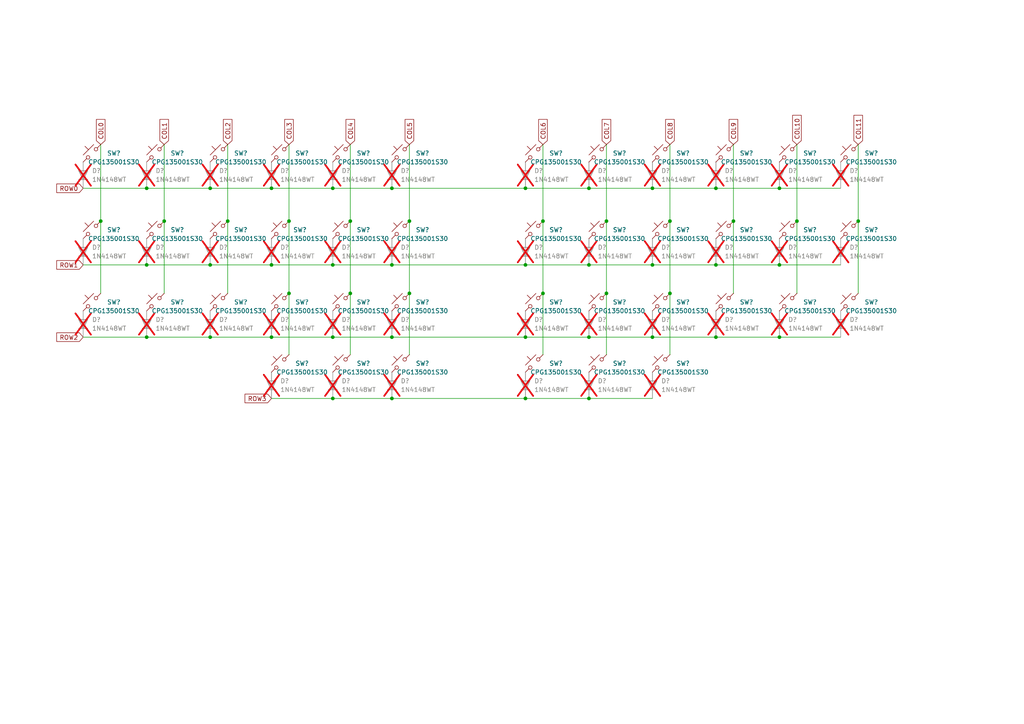
<source format=kicad_sch>
(kicad_sch (version 20231120) (generator "eeschema") (generator_version "8.0")
  (paper "A4")
  (title_block (title "Matrix") (date "2024-08-25") (rev "1.0") (company "itsdmd"))
  (lib_symbols
    (symbol "Diode:1N4148WT" (pin_numbers hide) (pin_names (offset 1.016) hide)
      (property "Reference" "D" (at 0 2.54 0))
      (property "Value" "1N4148WT" (at 0 -2.54 0))
      (symbol "1N4148WT_0_1"
        (polyline (pts (xy -1.27 1.27) (xy -1.27 -1.27)) (stroke (width 0.254)))
        (polyline (pts (xy 1.27 0) (xy -1.27 0)))
        (polyline (pts (xy 1.27 1.27) (xy 1.27 -1.27) (xy -1.27 0) (xy 1.27 1.27)) (stroke (width 0.254)))
      )
      (symbol "1N4148WT_1_1"
        (pin passive line (at -3.81 0 0) (length 2.54) (name "K") (number "1"))
        (pin passive line (at 3.81 0 180) (length 2.54) (name "A") (number "2"))
      )
    )
    (symbol "Switch:SW_Push_45deg" (pin_numbers hide) (pin_names (offset 1.016) hide)
      (property "Reference" "SW" (at 3.048 1.016 0))
      (property "Value" "SW_Push_45deg" (at 0 -3.81 0))
      (symbol "SW_Push_45deg_0_1"
        (circle (center -1.1684 1.1684) (radius 0.508))
        (polyline (pts (xy -0.508 2.54) (xy 2.54 -0.508)))
        (polyline (pts (xy 1.016 1.016) (xy 2.032 2.032)))
        (polyline (pts (xy -2.54 2.54) (xy -1.524 1.524) (xy -1.524 1.524)))
        (polyline (pts (xy 1.524 -1.524) (xy 2.54 -2.54) (xy 2.54 -2.54) (xy 2.54 -2.54)))
        (circle (center 1.143 -1.1938) (radius 0.508))
        (pin passive line (at -2.54 2.54 0) (length 0) (name "1") (number "1"))
        (pin passive line (at 2.54 -2.54 180) (length 0) (name "2") (number "2"))
      )
    )
  )
  (junction (at 189.23 54.61))
  (junction (at 96.52 97.79))
  (junction (at 83.82 64.135))
  (junction (at 113.665 97.79))
  (junction (at 113.665 115.57))
  (junction (at 78.74 54.61))
  (junction (at 118.745 64.135))
  (junction (at 152.4 54.61))
  (junction (at 66.04 64.135))
  (junction (at 231.14 64.135))
  (junction (at 175.895 64.135))
  (junction (at 207.645 54.61))
  (junction (at 152.4 115.57))
  (junction (at 47.625 64.135))
  (junction (at 118.745 85.09))
  (junction (at 212.725 64.135))
  (junction (at 60.96 97.79))
  (junction (at 78.74 97.79))
  (junction (at 207.645 97.79))
  (junction (at 96.52 115.57))
  (junction (at 42.545 76.835))
  (junction (at 96.52 54.61))
  (junction (at 248.92 64.135))
  (junction (at 175.895 85.09))
  (junction (at 170.815 115.57))
  (junction (at 226.06 54.61))
  (junction (at 207.645 76.835))
  (junction (at 157.48 85.09))
  (junction (at 60.96 76.835))
  (junction (at 194.31 64.135))
  (junction (at 189.23 76.835))
  (junction (at 42.545 97.79))
  (junction (at 29.21 64.135))
  (junction (at 170.815 54.61))
  (junction (at 152.4 76.835))
  (junction (at 78.74 76.835))
  (junction (at 189.23 97.79))
  (junction (at 226.06 97.79))
  (junction (at 157.48 64.135))
  (junction (at 226.06 76.835))
  (junction (at 96.52 76.835))
  (junction (at 60.96 54.61))
  (junction (at 83.82 85.09))
  (junction (at 152.4 97.79))
  (junction (at 101.6 85.09))
  (junction (at 113.665 76.835))
  (junction (at 170.815 76.835))
  (junction (at 194.31 85.09))
  (junction (at 113.665 54.61))
  (junction (at 101.6 64.135))
  (junction (at 42.545 54.61))
  (junction (at 170.815 97.79))
  (wire (pts (xy 113.665 54.61) (xy 152.4 54.61)))
  (wire (pts (xy 212.725 64.135) (xy 212.725 85.09)))
  (wire (pts (xy 60.96 76.835) (xy 78.74 76.835)))
  (wire (pts (xy 113.665 115.57) (xy 152.4 115.57)))
  (wire (pts (xy 194.31 41.91) (xy 194.31 64.135)))
  (wire (pts (xy 118.745 85.09) (xy 118.745 102.87)))
  (wire (pts (xy 66.04 64.135) (xy 66.04 85.09)))
  (wire (pts (xy 66.04 41.91) (xy 66.04 64.135)))
  (wire (pts (xy 248.92 64.135) (xy 248.92 85.09)))
  (wire (pts (xy 78.74 115.57) (xy 96.52 115.57)))
  (wire (pts (xy 175.895 64.135) (xy 175.895 85.09)))
  (wire (pts (xy 96.52 97.79) (xy 113.665 97.79)))
  (wire (pts (xy 170.815 54.61) (xy 189.23 54.61)))
  (wire (pts (xy 189.23 97.79) (xy 207.645 97.79)))
  (wire (pts (xy 83.82 85.09) (xy 83.82 64.135)))
  (wire (pts (xy 29.21 85.09) (xy 29.21 64.135)))
  (wire (pts (xy 78.74 97.79) (xy 96.52 97.79)))
  (wire (pts (xy 170.815 76.835) (xy 189.23 76.835)))
  (wire (pts (xy 47.625 64.135) (xy 47.625 85.09)))
  (wire (pts (xy 170.815 97.79) (xy 189.23 97.79)))
  (wire (pts (xy 60.96 54.61) (xy 78.74 54.61)))
  (wire (pts (xy 113.665 97.79) (xy 152.4 97.79)))
  (wire (pts (xy 231.14 85.09) (xy 231.14 64.135)))
  (wire (pts (xy 175.895 41.91) (xy 175.895 64.135)))
  (wire (pts (xy 226.06 76.835) (xy 243.84 76.835)))
  (wire (pts (xy 248.92 41.91) (xy 248.92 64.135)))
  (wire (pts (xy 189.23 54.61) (xy 207.645 54.61)))
  (wire (pts (xy 101.6 64.135) (xy 101.6 85.09)))
  (wire (pts (xy 212.725 41.91) (xy 212.725 64.135)))
  (wire (pts (xy 207.645 97.79) (xy 226.06 97.79)))
  (wire (pts (xy 42.545 76.835) (xy 60.96 76.835)))
  (wire (pts (xy 78.74 54.61) (xy 96.52 54.61)))
  (wire (pts (xy 207.645 54.61) (xy 226.06 54.61)))
  (wire (pts (xy 157.48 41.91) (xy 157.48 64.135)))
  (wire (pts (xy 96.52 76.835) (xy 113.665 76.835)))
  (wire (pts (xy 226.06 54.61) (xy 243.84 54.61)))
  (wire (pts (xy 189.23 76.835) (xy 207.645 76.835)))
  (wire (pts (xy 24.13 76.835) (xy 42.545 76.835)))
  (wire (pts (xy 96.52 54.61) (xy 113.665 54.61)))
  (wire (pts (xy 194.31 85.09) (xy 194.31 102.87)))
  (wire (pts (xy 152.4 76.835) (xy 170.815 76.835)))
  (wire (pts (xy 152.4 97.79) (xy 170.815 97.79)))
  (wire (pts (xy 101.6 102.87) (xy 101.6 85.09)))
  (wire (pts (xy 83.82 41.91) (xy 83.82 64.135)))
  (wire (pts (xy 152.4 54.61) (xy 170.815 54.61)))
  (wire (pts (xy 175.895 85.09) (xy 175.895 102.87)))
  (wire (pts (xy 157.48 64.135) (xy 157.48 85.09)))
  (wire (pts (xy 60.96 97.79) (xy 78.74 97.79)))
  (wire (pts (xy 207.645 76.835) (xy 226.06 76.835)))
  (wire (pts (xy 113.665 76.835) (xy 152.4 76.835)))
  (wire (pts (xy 42.545 54.61) (xy 60.96 54.61)))
  (wire (pts (xy 101.6 41.91) (xy 101.6 64.135)))
  (wire (pts (xy 118.745 41.91) (xy 118.745 64.135)))
  (wire (pts (xy 47.625 41.91) (xy 47.625 64.135)))
  (wire (pts (xy 194.31 64.135) (xy 194.31 85.09)))
  (wire (pts (xy 83.82 102.87) (xy 83.82 85.09)))
  (wire (pts (xy 118.745 64.135) (xy 118.745 85.09)))
  (wire (pts (xy 42.545 97.79) (xy 60.96 97.79)))
  (wire (pts (xy 226.06 97.79) (xy 243.84 97.79)))
  (wire (pts (xy 170.815 115.57) (xy 189.23 115.57)))
  (wire (pts (xy 24.13 54.61) (xy 42.545 54.61)))
  (wire (pts (xy 231.14 41.91) (xy 231.14 64.135)))
  (wire (pts (xy 152.4 115.57) (xy 170.815 115.57)))
  (wire (pts (xy 24.13 97.79) (xy 42.545 97.79)))
  (wire (pts (xy 96.52 115.57) (xy 113.665 115.57)))
  (wire (pts (xy 157.48 85.09) (xy 157.48 102.87)))
  (wire (pts (xy 78.74 76.835) (xy 96.52 76.835)))
  (wire (pts (xy 29.21 41.91) (xy 29.21 64.135)))
  (global_label "COL1" (shape input) (at 47.625 41.91 90) (property "Intersheetrefs" "${INTERSHEET_REFS}" (effects (hide yes))))
  (global_label "ROW0" (shape input) (at 24.13 54.61 180) (property "Intersheetrefs" "${INTERSHEET_REFS}" (effects (hide yes))))
  (global_label "COL8" (shape input) (at 194.31 41.91 90) (property "Intersheetrefs" "${INTERSHEET_REFS}" (effects (hide yes))))
  (global_label "COL0" (shape input) (at 29.21 41.91 90) (property "Intersheetrefs" "${INTERSHEET_REFS}" (effects (hide yes))))
  (global_label "COL10" (shape input) (at 231.14 41.91 90) (property "Intersheetrefs" "${INTERSHEET_REFS}" (effects (hide yes))))
  (global_label "COL4" (shape input) (at 101.6 41.91 90) (property "Intersheetrefs" "${INTERSHEET_REFS}" (effects (hide yes))))
  (global_label "COL3" (shape input) (at 83.82 41.91 90) (property "Intersheetrefs" "${INTERSHEET_REFS}" (effects (hide yes))))
  (global_label "COL5" (shape input) (at 118.745 41.91 90) (property "Intersheetrefs" "${INTERSHEET_REFS}" (effects (hide yes))))
  (global_label "COL7" (shape input) (at 175.895 41.91 90) (property "Intersheetrefs" "${INTERSHEET_REFS}" (effects (hide yes))))
  (global_label "COL2" (shape input) (at 66.04 41.91 90) (property "Intersheetrefs" "${INTERSHEET_REFS}" (effects (hide yes))))
  (global_label "COL9" (shape input) (at 212.725 41.91 90) (property "Intersheetrefs" "${INTERSHEET_REFS}" (effects (hide yes))))
  (global_label "COL11" (shape input) (at 248.92 41.91 90) (property "Intersheetrefs" "${INTERSHEET_REFS}" (effects (hide yes))))
  (global_label "ROW1" (shape input) (at 24.13 76.835 180) (property "Intersheetrefs" "${INTERSHEET_REFS}" (effects (hide yes))))
  (global_label "ROW2" (shape input) (at 24.13 97.79 180) (property "Intersheetrefs" "${INTERSHEET_REFS}" (effects (hide yes))))
  (global_label "COL6" (shape input) (at 157.48 41.91 90) (property "Intersheetrefs" "${INTERSHEET_REFS}" (effects (hide yes))))
  (global_label "ROW3" (shape input) (at 78.74 115.57 180) (property "Intersheetrefs" "${INTERSHEET_REFS}" (effects (hide yes))))
  (symbol (lib_id "Switch:SW_Push_45deg") (at 116.205 66.675 0) (mirror y) (unit 1)
    (property "Reference" "SW?" (at 122.555 66.675 0))
    (property "Value" "CPG135001S30" (at 122.555 69.215 0))
    (property "Footprint" "itsdmd:KS_Socket_Choc" (effects (hide yes)))
  )
  (symbol (lib_id "Switch:SW_Push_45deg") (at 154.94 66.675 0) (mirror y) (unit 1)
    (property "Reference" "SW?" (at 161.29 66.675 0))
    (property "Value" "CPG135001S30" (at 161.29 69.215 0))
    (property "Footprint" "itsdmd:KS_Socket_Choc" (effects (hide yes)))
  )
  (symbol (lib_id "Switch:SW_Push_45deg") (at 228.6 44.45 0) (mirror y) (unit 1)
    (property "Reference" "SW?" (at 234.95 44.45 0))
    (property "Value" "CPG135001S30" (at 234.95 46.99 0))
    (property "Footprint" "itsdmd:KS_Socket_Choc" (effects (hide yes)))
  )
  (symbol (lib_id "Switch:SW_Push_45deg") (at 173.355 66.675 0) (mirror y) (unit 1)
    (property "Reference" "SW?" (at 179.705 66.675 0))
    (property "Value" "CPG135001S30" (at 179.705 69.215 0))
    (property "Footprint" "itsdmd:KS_Socket_Choc" (effects (hide yes)))
  )
  (symbol (lib_id "Diode:1N4148WT") (at 113.665 111.76 90) (unit 1) (dnp yes)
    (property "Reference" "D?" (at 116.205 110.4899 90) (effects (justify right)))
    (property "Value" "1N4148WT" (at 116.205 113.0299 90) (effects (justify right)))
    (property "Footprint" "itsdmd:D_SOD-123" (effects (hide yes)))
    (property "Datasheet" "https://www.diodes.com/assets/Datasheets/ds30396.pdf" (effects (hide yes)))
  )
  (symbol (lib_id "Diode:1N4148WT") (at 152.4 50.8 90) (unit 1) (dnp yes)
    (property "Reference" "D?" (at 154.94 49.5299 90) (effects (justify right)))
    (property "Value" "1N4148WT" (at 154.94 52.0699 90) (effects (justify right)))
    (property "Footprint" "itsdmd:D_SOD-123" (effects (hide yes)))
    (property "Datasheet" "https://www.diodes.com/assets/Datasheets/ds30396.pdf" (effects (hide yes)))
  )
  (symbol (lib_id "Switch:SW_Push_45deg") (at 45.085 44.45 0) (mirror y) (unit 1)
    (property "Reference" "SW?" (at 51.435 44.45 0))
    (property "Value" "CPG135001S30" (at 51.435 46.99 0))
    (property "Footprint" "itsdmd:KS_Socket_Choc" (effects (hide yes)))
  )
  (symbol (lib_id "Diode:1N4148WT") (at 170.815 50.8 90) (unit 1) (dnp yes)
    (property "Reference" "D?" (at 173.355 49.5299 90) (effects (justify right)))
    (property "Value" "1N4148WT" (at 173.355 52.0699 90) (effects (justify right)))
    (property "Footprint" "itsdmd:D_SOD-123" (effects (hide yes)))
    (property "Datasheet" "https://www.diodes.com/assets/Datasheets/ds30396.pdf" (effects (hide yes)))
  )
  (symbol (lib_id "Switch:SW_Push_45deg") (at 63.5 44.45 0) (mirror y) (unit 1)
    (property "Reference" "SW?" (at 69.85 44.45 0))
    (property "Value" "CPG135001S30" (at 69.85 46.99 0))
    (property "Footprint" "itsdmd:KS_Socket_Choc" (effects (hide yes)))
  )
  (symbol (lib_id "Diode:1N4148WT") (at 96.52 111.76 90) (unit 1) (dnp yes)
    (property "Reference" "D?" (at 99.06 110.4899 90) (effects (justify right)))
    (property "Value" "1N4148WT" (at 99.06 113.0299 90) (effects (justify right)))
    (property "Footprint" "itsdmd:D_SOD-123" (effects (hide yes)))
    (property "Datasheet" "https://www.diodes.com/assets/Datasheets/ds30396.pdf" (effects (hide yes)))
  )
  (symbol (lib_id "Switch:SW_Push_45deg") (at 26.67 66.675 0) (mirror y) (unit 1)
    (property "Reference" "SW?" (at 33.02 66.675 0))
    (property "Value" "CPG135001S30" (at 33.02 69.215 0))
    (property "Footprint" "itsdmd:KS_Socket_Choc" (effects (hide yes)))
  )
  (symbol (lib_id "Diode:1N4148WT") (at 243.84 93.98 90) (unit 1) (dnp yes)
    (property "Reference" "D?" (at 246.38 92.7099 90) (effects (justify right)))
    (property "Value" "1N4148WT" (at 246.38 95.2499 90) (effects (justify right)))
    (property "Footprint" "itsdmd:D_SOD-123" (effects (hide yes)))
    (property "Datasheet" "https://www.diodes.com/assets/Datasheets/ds30396.pdf" (effects (hide yes)))
  )
  (symbol (lib_id "Diode:1N4148WT") (at 207.645 50.8 90) (unit 1) (dnp yes)
    (property "Reference" "D?" (at 210.185 49.5299 90) (effects (justify right)))
    (property "Value" "1N4148WT" (at 210.185 52.0699 90) (effects (justify right)))
    (property "Footprint" "itsdmd:D_SOD-123" (effects (hide yes)))
    (property "Datasheet" "https://www.diodes.com/assets/Datasheets/ds30396.pdf" (effects (hide yes)))
  )
  (symbol (lib_id "Switch:SW_Push_45deg") (at 173.355 87.63 0) (mirror y) (unit 1)
    (property "Reference" "SW?" (at 179.705 87.63 0))
    (property "Value" "CPG135001S30" (at 179.705 90.17 0))
    (property "Footprint" "itsdmd:KS_Socket_Choc" (effects (hide yes)))
  )
  (symbol (lib_id "Switch:SW_Push_45deg") (at 99.06 105.41 0) (mirror y) (unit 1)
    (property "Reference" "SW?" (at 105.41 105.41 0))
    (property "Value" "CPG135001S30" (at 105.41 107.95 0))
    (property "Footprint" "itsdmd:KS_Socket_Choc" (effects (hide yes)))
  )
  (symbol (lib_id "Diode:1N4148WT") (at 96.52 50.8 90) (unit 1) (dnp yes)
    (property "Reference" "D?" (at 99.06 49.5299 90) (effects (justify right)))
    (property "Value" "1N4148WT" (at 99.06 52.0699 90) (effects (justify right)))
    (property "Footprint" "itsdmd:D_SOD-123" (effects (hide yes)))
    (property "Datasheet" "https://www.diodes.com/assets/Datasheets/ds30396.pdf" (effects (hide yes)))
  )
  (symbol (lib_id "Switch:SW_Push_45deg") (at 246.38 44.45 0) (mirror y) (unit 1)
    (property "Reference" "SW?" (at 252.73 44.45 0))
    (property "Value" "CPG135001S30" (at 252.73 46.99 0))
    (property "Footprint" "itsdmd:KS_Socket_Choc" (effects (hide yes)))
  )
  (symbol (lib_id "Diode:1N4148WT") (at 189.23 50.8 90) (unit 1) (dnp yes)
    (property "Reference" "D?" (at 191.77 49.5299 90) (effects (justify right)))
    (property "Value" "1N4148WT" (at 191.77 52.0699 90) (effects (justify right)))
    (property "Footprint" "itsdmd:D_SOD-123" (effects (hide yes)))
    (property "Datasheet" "https://www.diodes.com/assets/Datasheets/ds30396.pdf" (effects (hide yes)))
  )
  (symbol (lib_id "Diode:1N4148WT") (at 60.96 93.98 90) (unit 1) (dnp yes)
    (property "Reference" "D?" (at 63.5 92.7099 90) (effects (justify right)))
    (property "Value" "1N4148WT" (at 63.5 95.2499 90) (effects (justify right)))
    (property "Footprint" "itsdmd:D_SOD-123" (effects (hide yes)))
    (property "Datasheet" "https://www.diodes.com/assets/Datasheets/ds30396.pdf" (effects (hide yes)))
  )
  (symbol (lib_id "Diode:1N4148WT") (at 96.52 73.025 90) (unit 1) (dnp yes)
    (property "Reference" "D?" (at 99.06 71.7549 90) (effects (justify right)))
    (property "Value" "1N4148WT" (at 99.06 74.2949 90) (effects (justify right)))
    (property "Footprint" "itsdmd:D_SOD-123" (effects (hide yes)))
    (property "Datasheet" "https://www.diodes.com/assets/Datasheets/ds30396.pdf" (effects (hide yes)))
  )
  (symbol (lib_id "Switch:SW_Push_45deg") (at 154.94 87.63 0) (mirror y) (unit 1)
    (property "Reference" "SW?" (at 161.29 87.63 0))
    (property "Value" "CPG135001S30" (at 161.29 90.17 0))
    (property "Footprint" "itsdmd:KS_Socket_Choc" (effects (hide yes)))
  )
  (symbol (lib_id "Diode:1N4148WT") (at 24.13 93.98 90) (unit 1) (dnp yes)
    (property "Reference" "D?" (at 26.67 92.7099 90) (effects (justify right)))
    (property "Value" "1N4148WT" (at 26.67 95.2499 90) (effects (justify right)))
    (property "Footprint" "itsdmd:D_SOD-123" (effects (hide yes)))
    (property "Datasheet" "https://www.diodes.com/assets/Datasheets/ds30396.pdf" (effects (hide yes)))
  )
  (symbol (lib_id "Switch:SW_Push_45deg") (at 210.185 87.63 0) (mirror y) (unit 1)
    (property "Reference" "SW?" (at 216.535 87.63 0))
    (property "Value" "CPG135001S30" (at 216.535 90.17 0))
    (property "Footprint" "itsdmd:KS_Socket_Choc" (effects (hide yes)))
  )
  (symbol (lib_id "Switch:SW_Push_45deg") (at 116.205 87.63 0) (mirror y) (unit 1)
    (property "Reference" "SW?" (at 122.555 87.63 0))
    (property "Value" "CPG135001S30" (at 122.555 90.17 0))
    (property "Footprint" "itsdmd:KS_Socket_Choc" (effects (hide yes)))
  )
  (symbol (lib_id "Switch:SW_Push_45deg") (at 191.77 44.45 0) (mirror y) (unit 1)
    (property "Reference" "SW?" (at 198.12 44.45 0))
    (property "Value" "CPG135001S30" (at 198.12 46.99 0))
    (property "Footprint" "itsdmd:KS_Socket_Choc" (effects (hide yes)))
  )
  (symbol (lib_id "Switch:SW_Push_45deg") (at 154.94 105.41 0) (mirror y) (unit 1)
    (property "Reference" "SW?" (at 161.29 105.41 0))
    (property "Value" "CPG135001S30" (at 161.29 107.95 0))
    (property "Footprint" "itsdmd:KS_Socket_Choc" (effects (hide yes)))
  )
  (symbol (lib_id "Diode:1N4148WT") (at 170.815 73.025 90) (unit 1) (dnp yes)
    (property "Reference" "D?" (at 173.355 71.7549 90) (effects (justify right)))
    (property "Value" "1N4148WT" (at 173.355 74.2949 90) (effects (justify right)))
    (property "Footprint" "itsdmd:D_SOD-123" (effects (hide yes)))
    (property "Datasheet" "https://www.diodes.com/assets/Datasheets/ds30396.pdf" (effects (hide yes)))
  )
  (symbol (lib_id "Diode:1N4148WT") (at 24.13 50.8 90) (unit 1) (dnp yes)
    (property "Reference" "D?" (at 26.67 49.5299 90) (effects (justify right)))
    (property "Value" "1N4148WT" (at 26.67 52.0699 90) (effects (justify right)))
    (property "Footprint" "itsdmd:D_SOD-123" (effects (hide yes)))
    (property "Datasheet" "https://www.diodes.com/assets/Datasheets/ds30396.pdf" (effects (hide yes)))
  )
  (symbol (lib_id "Diode:1N4148WT") (at 42.545 93.98 90) (unit 1) (dnp yes)
    (property "Reference" "D?" (at 45.085 92.7099 90) (effects (justify right)))
    (property "Value" "1N4148WT" (at 45.085 95.2499 90) (effects (justify right)))
    (property "Footprint" "itsdmd:D_SOD-123" (effects (hide yes)))
    (property "Datasheet" "https://www.diodes.com/assets/Datasheets/ds30396.pdf" (effects (hide yes)))
  )
  (symbol (lib_id "Switch:SW_Push_45deg") (at 81.28 66.675 0) (mirror y) (unit 1)
    (property "Reference" "SW?" (at 86.995 66.675 0))
    (property "Value" "CPG135001S30" (at 87.63 69.215 0))
    (property "Footprint" "itsdmd:KS_Socket_Choc" (effects (hide yes)))
  )
  (symbol (lib_id "Switch:SW_Push_45deg") (at 26.67 87.63 0) (mirror y) (unit 1)
    (property "Reference" "SW?" (at 33.02 87.63 0))
    (property "Value" "CPG135001S30" (at 33.02 90.17 0))
    (property "Footprint" "itsdmd:KS_Socket_Choc" (effects (hide yes)))
  )
  (symbol (lib_id "Switch:SW_Push_45deg") (at 81.28 87.63 0) (mirror y) (unit 1)
    (property "Reference" "SW?" (at 87.63 87.63 0))
    (property "Value" "CPG135001S30" (at 87.63 90.17 0))
    (property "Footprint" "itsdmd:KS_Socket_Choc" (effects (hide yes)))
  )
  (symbol (lib_id "Diode:1N4148WT") (at 113.665 93.98 90) (unit 1) (dnp yes)
    (property "Reference" "D?" (at 116.205 92.7099 90) (effects (justify right)))
    (property "Value" "1N4148WT" (at 116.205 95.2499 90) (effects (justify right)))
    (property "Footprint" "itsdmd:D_SOD-123" (effects (hide yes)))
    (property "Datasheet" "https://www.diodes.com/assets/Datasheets/ds30396.pdf" (effects (hide yes)))
  )
  (symbol (lib_id "Switch:SW_Push_45deg") (at 210.185 44.45 0) (mirror y) (unit 1)
    (property "Reference" "SW?" (at 216.535 44.45 0))
    (property "Value" "CPG135001S30" (at 216.535 46.99 0))
    (property "Footprint" "itsdmd:KS_Socket_Choc" (effects (hide yes)))
  )
  (symbol (lib_id "Diode:1N4148WT") (at 113.665 73.025 90) (unit 1) (dnp yes)
    (property "Reference" "D?" (at 116.205 71.7549 90) (effects (justify right)))
    (property "Value" "1N4148WT" (at 116.205 74.2949 90) (effects (justify right)))
    (property "Footprint" "itsdmd:D_SOD-123" (effects (hide yes)))
    (property "Datasheet" "https://www.diodes.com/assets/Datasheets/ds30396.pdf" (effects (hide yes)))
  )
  (symbol (lib_id "Diode:1N4148WT") (at 42.545 73.025 90) (unit 1) (dnp yes)
    (property "Reference" "D?" (at 45.085 71.7549 90) (effects (justify right)))
    (property "Value" "1N4148WT" (at 45.085 74.2949 90) (effects (justify right)))
    (property "Footprint" "itsdmd:D_SOD-123" (effects (hide yes)))
    (property "Datasheet" "https://www.diodes.com/assets/Datasheets/ds30396.pdf" (effects (hide yes)))
  )
  (symbol (lib_id "Diode:1N4148WT") (at 113.665 50.8 90) (unit 1) (dnp yes)
    (property "Reference" "D?" (at 116.205 49.5299 90) (effects (justify right)))
    (property "Value" "1N4148WT" (at 116.205 52.0699 90) (effects (justify right)))
    (property "Footprint" "itsdmd:D_SOD-123" (effects (hide yes)))
    (property "Datasheet" "https://www.diodes.com/assets/Datasheets/ds30396.pdf" (effects (hide yes)))
  )
  (symbol (lib_id "Switch:SW_Push_45deg") (at 191.77 105.41 0) (mirror y) (unit 1)
    (property "Reference" "SW?" (at 198.12 105.41 0))
    (property "Value" "CPG135001S30" (at 198.12 107.95 0))
    (property "Footprint" "itsdmd:KS_Socket_Choc" (effects (hide yes)))
  )
  (symbol (lib_id "Diode:1N4148WT") (at 189.23 73.025 90) (unit 1) (dnp yes)
    (property "Reference" "D?" (at 191.77 71.7549 90) (effects (justify right)))
    (property "Value" "1N4148WT" (at 191.77 74.2949 90) (effects (justify right)))
    (property "Footprint" "itsdmd:D_SOD-123" (effects (hide yes)))
    (property "Datasheet" "https://www.diodes.com/assets/Datasheets/ds30396.pdf" (effects (hide yes)))
  )
  (symbol (lib_id "Diode:1N4148WT") (at 78.74 50.8 90) (unit 1) (dnp yes)
    (property "Reference" "D?" (at 81.28 49.5299 90) (effects (justify right)))
    (property "Value" "1N4148WT" (at 81.28 52.0699 90) (effects (justify right)))
    (property "Footprint" "itsdmd:D_SOD-123" (effects (hide yes)))
    (property "Datasheet" "https://www.diodes.com/assets/Datasheets/ds30396.pdf" (effects (hide yes)))
  )
  (symbol (lib_id "Switch:SW_Push_45deg") (at 99.06 44.45 0) (mirror y) (unit 1)
    (property "Reference" "SW?" (at 105.41 44.45 0))
    (property "Value" "CPG135001S30" (at 105.41 46.99 0))
    (property "Footprint" "itsdmd:KS_Socket_Choc" (effects (hide yes)))
  )
  (symbol (lib_id "Switch:SW_Push_45deg") (at 99.06 87.63 0) (mirror y) (unit 1)
    (property "Reference" "SW?" (at 105.41 87.63 0))
    (property "Value" "CPG135001S30" (at 105.41 90.17 0))
    (property "Footprint" "itsdmd:KS_Socket_Choc" (effects (hide yes)))
  )
  (symbol (lib_id "Switch:SW_Push_45deg") (at 210.185 66.675 0) (mirror y) (unit 1)
    (property "Reference" "SW?" (at 216.535 66.675 0))
    (property "Value" "CPG135001S30" (at 216.535 69.215 0))
    (property "Footprint" "itsdmd:KS_Socket_Choc" (effects (hide yes)))
  )
  (symbol (lib_id "Diode:1N4148WT") (at 189.23 93.98 90) (unit 1) (dnp yes)
    (property "Reference" "D?" (at 191.77 92.7099 90) (effects (justify right)))
    (property "Value" "1N4148WT" (at 191.77 95.2499 90) (effects (justify right)))
    (property "Footprint" "itsdmd:D_SOD-123" (effects (hide yes)))
    (property "Datasheet" "https://www.diodes.com/assets/Datasheets/ds30396.pdf" (effects (hide yes)))
  )
  (symbol (lib_id "Switch:SW_Push_45deg") (at 173.355 105.41 0) (mirror y) (unit 1)
    (property "Reference" "SW?" (at 179.705 105.41 0))
    (property "Value" "CPG135001S30" (at 179.705 107.95 0))
    (property "Footprint" "itsdmd:KS_Socket_Choc" (effects (hide yes)))
  )
  (symbol (lib_id "Diode:1N4148WT") (at 60.96 50.8 90) (unit 1) (dnp yes)
    (property "Reference" "D?" (at 63.5 49.5299 90) (effects (justify right)))
    (property "Value" "1N4148WT" (at 63.5 52.0699 90) (effects (justify right)))
    (property "Footprint" "itsdmd:D_SOD-123" (effects (hide yes)))
    (property "Datasheet" "https://www.diodes.com/assets/Datasheets/ds30396.pdf" (effects (hide yes)))
  )
  (symbol (lib_id "Switch:SW_Push_45deg") (at 63.5 87.63 0) (mirror y) (unit 1)
    (property "Reference" "SW?" (at 69.85 87.63 0))
    (property "Value" "CPG135001S30" (at 69.85 90.17 0))
    (property "Footprint" "itsdmd:KS_Socket_Choc" (effects (hide yes)))
  )
  (symbol (lib_id "Diode:1N4148WT") (at 226.06 93.98 90) (unit 1) (dnp yes)
    (property "Reference" "D?" (at 228.6 92.7099 90) (effects (justify right)))
    (property "Value" "1N4148WT" (at 228.6 95.2499 90) (effects (justify right)))
    (property "Footprint" "itsdmd:D_SOD-123" (effects (hide yes)))
    (property "Datasheet" "https://www.diodes.com/assets/Datasheets/ds30396.pdf" (effects (hide yes)))
  )
  (symbol (lib_id "Switch:SW_Push_45deg") (at 246.38 87.63 0) (mirror y) (unit 1)
    (property "Reference" "SW?" (at 252.73 87.63 0))
    (property "Value" "CPG135001S30" (at 252.73 90.17 0))
    (property "Footprint" "itsdmd:KS_Socket_Choc" (effects (hide yes)))
  )
  (symbol (lib_id "Switch:SW_Push_45deg") (at 45.085 66.675 0) (mirror y) (unit 1)
    (property "Reference" "SW?" (at 51.435 66.675 0))
    (property "Value" "CPG135001S30" (at 51.435 69.215 0))
    (property "Footprint" "itsdmd:KS_Socket_Choc" (effects (hide yes)))
  )
  (symbol (lib_id "Switch:SW_Push_45deg") (at 154.94 44.45 0) (mirror y) (unit 1)
    (property "Reference" "SW?" (at 161.29 44.45 0))
    (property "Value" "CPG135001S30" (at 161.29 46.99 0))
    (property "Footprint" "itsdmd:KS_Socket_Choc" (effects (hide yes)))
  )
  (symbol (lib_id "Diode:1N4148WT") (at 60.96 73.025 90) (unit 1) (dnp yes)
    (property "Reference" "D?" (at 63.5 71.7549 90) (effects (justify right)))
    (property "Value" "1N4148WT" (at 63.5 74.2949 90) (effects (justify right)))
    (property "Footprint" "itsdmd:D_SOD-123" (effects (hide yes)))
    (property "Datasheet" "https://www.diodes.com/assets/Datasheets/ds30396.pdf" (effects (hide yes)))
  )
  (symbol (lib_id "Diode:1N4148WT") (at 226.06 73.025 90) (unit 1) (dnp yes)
    (property "Reference" "D?" (at 228.6 71.7549 90) (effects (justify right)))
    (property "Value" "1N4148WT" (at 228.6 74.2949 90) (effects (justify right)))
    (property "Footprint" "itsdmd:D_SOD-123" (effects (hide yes)))
    (property "Datasheet" "https://www.diodes.com/assets/Datasheets/ds30396.pdf" (effects (hide yes)))
  )
  (symbol (lib_id "Diode:1N4148WT") (at 78.74 93.98 90) (unit 1) (dnp yes)
    (property "Reference" "D?" (at 81.28 92.7099 90) (effects (justify right)))
    (property "Value" "1N4148WT" (at 81.28 95.2499 90) (effects (justify right)))
    (property "Footprint" "itsdmd:D_SOD-123" (effects (hide yes)))
    (property "Datasheet" "https://www.diodes.com/assets/Datasheets/ds30396.pdf" (effects (hide yes)))
  )
  (symbol (lib_id "Switch:SW_Push_45deg") (at 99.06 66.675 0) (mirror y) (unit 1)
    (property "Reference" "SW?" (at 105.41 66.675 0))
    (property "Value" "CPG135001S30" (at 105.41 69.215 0))
    (property "Footprint" "itsdmd:KS_Socket_Choc" (effects (hide yes)))
  )
  (symbol (lib_id "Diode:1N4148WT") (at 78.74 111.76 90) (unit 1) (dnp yes)
    (property "Reference" "D?" (at 81.28 110.4899 90) (effects (justify right)))
    (property "Value" "1N4148WT" (at 81.28 113.0299 90) (effects (justify right)))
    (property "Footprint" "itsdmd:D_SOD-123" (effects (hide yes)))
    (property "Datasheet" "https://www.diodes.com/assets/Datasheets/ds30396.pdf" (effects (hide yes)))
  )
  (symbol (lib_id "Diode:1N4148WT") (at 78.74 73.025 90) (unit 1) (dnp yes)
    (property "Reference" "D?" (at 81.28 71.7549 90) (effects (justify right)))
    (property "Value" "1N4148WT" (at 81.28 74.2949 90) (effects (justify right)))
    (property "Footprint" "itsdmd:D_SOD-123" (effects (hide yes)))
    (property "Datasheet" "https://www.diodes.com/assets/Datasheets/ds30396.pdf" (effects (hide yes)))
  )
  (symbol (lib_id "Switch:SW_Push_45deg") (at 63.5 66.675 0) (mirror y) (unit 1)
    (property "Reference" "SW?" (at 69.85 66.675 0))
    (property "Value" "CPG135001S30" (at 69.85 69.215 0))
    (property "Footprint" "itsdmd:KS_Socket_Choc" (effects (hide yes)))
  )
  (symbol (lib_id "Switch:SW_Push_45deg") (at 81.28 44.45 0) (mirror y) (unit 1)
    (property "Reference" "SW?" (at 87.63 44.45 0))
    (property "Value" "CPG135001S30" (at 87.63 46.99 0))
    (property "Footprint" "itsdmd:KS_Socket_Choc" (effects (hide yes)))
  )
  (symbol (lib_id "Switch:SW_Push_45deg") (at 45.085 87.63 0) (mirror y) (unit 1)
    (property "Reference" "SW?" (at 51.435 87.63 0))
    (property "Value" "CPG135001S30" (at 51.435 90.17 0))
    (property "Footprint" "itsdmd:KS_Socket_Choc" (effects (hide yes)))
  )
  (symbol (lib_id "Diode:1N4148WT") (at 42.545 50.8 90) (unit 1) (dnp yes)
    (property "Reference" "D?" (at 45.085 49.5299 90) (effects (justify right)))
    (property "Value" "1N4148WT" (at 45.085 52.0699 90) (effects (justify right)))
    (property "Footprint" "itsdmd:D_SOD-123" (effects (hide yes)))
    (property "Datasheet" "https://www.diodes.com/assets/Datasheets/ds30396.pdf" (effects (hide yes)))
  )
  (symbol (lib_id "Diode:1N4148WT") (at 207.645 93.98 90) (unit 1) (dnp yes)
    (property "Reference" "D?" (at 210.185 92.7099 90) (effects (justify right)))
    (property "Value" "1N4148WT" (at 210.185 95.2499 90) (effects (justify right)))
    (property "Footprint" "itsdmd:D_SOD-123" (effects (hide yes)))
    (property "Datasheet" "https://www.diodes.com/assets/Datasheets/ds30396.pdf" (effects (hide yes)))
  )
  (symbol (lib_id "Switch:SW_Push_45deg") (at 116.205 44.45 0) (mirror y) (unit 1)
    (property "Reference" "SW?" (at 122.555 44.45 0))
    (property "Value" "CPG135001S30" (at 122.555 46.99 0))
    (property "Footprint" "itsdmd:KS_Socket_Choc" (effects (hide yes)))
  )
  (symbol (lib_id "Diode:1N4148WT") (at 207.645 73.025 90) (unit 1) (dnp yes)
    (property "Reference" "D?" (at 210.185 71.7549 90) (effects (justify right)))
    (property "Value" "1N4148WT" (at 210.185 74.2949 90) (effects (justify right)))
    (property "Footprint" "itsdmd:D_SOD-123" (effects (hide yes)))
    (property "Datasheet" "https://www.diodes.com/assets/Datasheets/ds30396.pdf" (effects (hide yes)))
  )
  (symbol (lib_id "Diode:1N4148WT") (at 152.4 93.98 90) (unit 1) (dnp yes)
    (property "Reference" "D?" (at 154.94 92.7099 90) (effects (justify right)))
    (property "Value" "1N4148WT" (at 154.94 95.2499 90) (effects (justify right)))
    (property "Footprint" "itsdmd:D_SOD-123" (effects (hide yes)))
    (property "Datasheet" "https://www.diodes.com/assets/Datasheets/ds30396.pdf" (effects (hide yes)))
  )
  (symbol (lib_id "Switch:SW_Push_45deg") (at 26.67 44.45 0) (mirror y) (unit 1)
    (property "Reference" "SW?" (at 33.02 44.45 0))
    (property "Value" "CPG135001S30" (at 33.02 46.99 0))
    (property "Footprint" "itsdmd:KS_Socket_Choc" (effects (hide yes)))
  )
  (symbol (lib_id "Diode:1N4148WT") (at 170.815 93.98 90) (unit 1) (dnp yes)
    (property "Reference" "D?" (at 173.355 92.7099 90) (effects (justify right)))
    (property "Value" "1N4148WT" (at 173.355 95.2499 90) (effects (justify right)))
    (property "Footprint" "itsdmd:D_SOD-123" (effects (hide yes)))
    (property "Datasheet" "https://www.diodes.com/assets/Datasheets/ds30396.pdf" (effects (hide yes)))
  )
  (symbol (lib_id "Diode:1N4148WT") (at 152.4 111.76 90) (unit 1) (dnp yes)
    (property "Reference" "D?" (at 154.94 110.4899 90) (effects (justify right)))
    (property "Value" "1N4148WT" (at 154.94 113.0299 90) (effects (justify right)))
    (property "Footprint" "itsdmd:D_SOD-123" (effects (hide yes)))
    (property "Datasheet" "https://www.diodes.com/assets/Datasheets/ds30396.pdf" (effects (hide yes)))
  )
  (symbol (lib_id "Diode:1N4148WT") (at 24.13 73.025 90) (unit 1) (dnp yes)
    (property "Reference" "D?" (at 26.67 71.7549 90) (effects (justify right)))
    (property "Value" "1N4148WT" (at 26.67 74.2949 90) (effects (justify right)))
    (property "Footprint" "itsdmd:D_SOD-123" (effects (hide yes)))
    (property "Datasheet" "https://www.diodes.com/assets/Datasheets/ds30396.pdf" (effects (hide yes)))
  )
  (symbol (lib_id "Diode:1N4148WT") (at 189.23 111.76 90) (unit 1) (dnp yes)
    (property "Reference" "D?" (at 191.77 110.4899 90) (effects (justify right)))
    (property "Value" "1N4148WT" (at 191.77 113.0299 90) (effects (justify right)))
    (property "Footprint" "itsdmd:D_SOD-123" (effects (hide yes)))
    (property "Datasheet" "https://www.diodes.com/assets/Datasheets/ds30396.pdf" (effects (hide yes)))
  )
  (symbol (lib_id "Switch:SW_Push_45deg") (at 81.28 105.41 0) (mirror y) (unit 1)
    (property "Reference" "SW?" (at 87.63 105.41 0))
    (property "Value" "CPG135001S30" (at 87.63 107.95 0))
    (property "Footprint" "itsdmd:KS_Socket_Choc" (effects (hide yes)))
  )
  (symbol (lib_id "Switch:SW_Push_45deg") (at 191.77 87.63 0) (mirror y) (unit 1)
    (property "Reference" "SW?" (at 198.12 87.63 0))
    (property "Value" "CPG135001S30" (at 198.12 90.17 0))
    (property "Footprint" "itsdmd:KS_Socket_Choc" (effects (hide yes)))
  )
  (symbol (lib_id "Diode:1N4148WT") (at 243.84 50.8 90) (unit 1) (dnp yes)
    (property "Reference" "D?" (at 246.38 49.5299 90) (effects (justify right)))
    (property "Value" "1N4148WT" (at 246.38 52.0699 90) (effects (justify right)))
    (property "Footprint" "itsdmd:D_SOD-123" (effects (hide yes)))
    (property "Datasheet" "https://www.diodes.com/assets/Datasheets/ds30396.pdf" (effects (hide yes)))
  )
  (symbol (lib_id "Diode:1N4148WT") (at 226.06 50.8 90) (unit 1) (dnp yes)
    (property "Reference" "D?" (at 228.6 49.5299 90) (effects (justify right)))
    (property "Value" "1N4148WT" (at 228.6 52.0699 90) (effects (justify right)))
    (property "Footprint" "itsdmd:D_SOD-123" (effects (hide yes)))
    (property "Datasheet" "https://www.diodes.com/assets/Datasheets/ds30396.pdf" (effects (hide yes)))
  )
  (symbol (lib_id "Diode:1N4148WT") (at 152.4 73.025 90) (unit 1) (dnp yes)
    (property "Reference" "D?" (at 154.94 71.7549 90) (effects (justify right)))
    (property "Value" "1N4148WT" (at 154.94 74.2949 90) (effects (justify right)))
    (property "Footprint" "itsdmd:D_SOD-123" (effects (hide yes)))
    (property "Datasheet" "https://www.diodes.com/assets/Datasheets/ds30396.pdf" (effects (hide yes)))
  )
  (symbol (lib_id "Switch:SW_Push_45deg") (at 228.6 87.63 0) (mirror y) (unit 1)
    (property "Reference" "SW?" (at 234.95 87.63 0))
    (property "Value" "CPG135001S30" (at 234.95 90.17 0))
    (property "Footprint" "itsdmd:KS_Socket_Choc" (effects (hide yes)))
  )
  (symbol (lib_id "Switch:SW_Push_45deg") (at 191.77 66.675 0) (mirror y) (unit 1)
    (property "Reference" "SW?" (at 198.12 66.675 0))
    (property "Value" "CPG135001S30" (at 198.12 69.215 0))
    (property "Footprint" "itsdmd:KS_Socket_Choc" (effects (hide yes)))
  )
  (symbol (lib_id "Diode:1N4148WT") (at 243.84 73.025 90) (unit 1) (dnp yes)
    (property "Reference" "D?" (at 246.38 71.7549 90) (effects (justify right)))
    (property "Value" "1N4148WT" (at 246.38 74.2949 90) (effects (justify right)))
    (property "Footprint" "itsdmd:D_SOD-123" (effects (hide yes)))
    (property "Datasheet" "https://www.diodes.com/assets/Datasheets/ds30396.pdf" (effects (hide yes)))
  )
  (symbol (lib_id "Switch:SW_Push_45deg") (at 173.355 44.45 0) (mirror y) (unit 1)
    (property "Reference" "SW?" (at 179.705 44.45 0))
    (property "Value" "CPG135001S30" (at 179.705 46.99 0))
    (property "Footprint" "itsdmd:KS_Socket_Choc" (effects (hide yes)))
  )
  (symbol (lib_id "Switch:SW_Push_45deg") (at 116.205 105.41 0) (mirror y) (unit 1)
    (property "Reference" "SW?" (at 122.555 105.41 0))
    (property "Value" "CPG135001S30" (at 122.555 107.95 0))
    (property "Footprint" "itsdmd:KS_Socket_Choc" (effects (hide yes)))
  )
  (symbol (lib_id "Diode:1N4148WT") (at 170.815 111.76 90) (unit 1) (dnp yes)
    (property "Reference" "D?" (at 173.355 110.4899 90) (effects (justify right)))
    (property "Value" "1N4148WT" (at 173.355 113.0299 90) (effects (justify right)))
    (property "Footprint" "itsdmd:D_SOD-123" (effects (hide yes)))
    (property "Datasheet" "https://www.diodes.com/assets/Datasheets/ds30396.pdf" (effects (hide yes)))
  )
  (symbol (lib_id "Diode:1N4148WT") (at 96.52 93.98 90) (unit 1) (dnp yes)
    (property "Reference" "D?" (at 99.06 92.7099 90) (effects (justify right)))
    (property "Value" "1N4148WT" (at 99.06 95.2499 90) (effects (justify right)))
    (property "Footprint" "itsdmd:D_SOD-123" (effects (hide yes)))
    (property "Datasheet" "https://www.diodes.com/assets/Datasheets/ds30396.pdf" (effects (hide yes)))
  )
  (symbol (lib_id "Switch:SW_Push_45deg") (at 246.38 66.675 0) (mirror y) (unit 1)
    (property "Reference" "SW?" (at 252.73 66.675 0))
    (property "Value" "CPG135001S30" (at 252.73 69.215 0))
    (property "Footprint" "itsdmd:KS_Socket_Choc" (effects (hide yes)))
  )
  (symbol (lib_id "Switch:SW_Push_45deg") (at 228.6 66.675 0) (mirror y) (unit 1)
    (property "Reference" "SW?" (at 234.95 66.675 0))
    (property "Value" "CPG135001S30" (at 234.95 69.215 0))
    (property "Footprint" "itsdmd:KS_Socket_Choc" (effects (hide yes)))
  )
)
</source>
